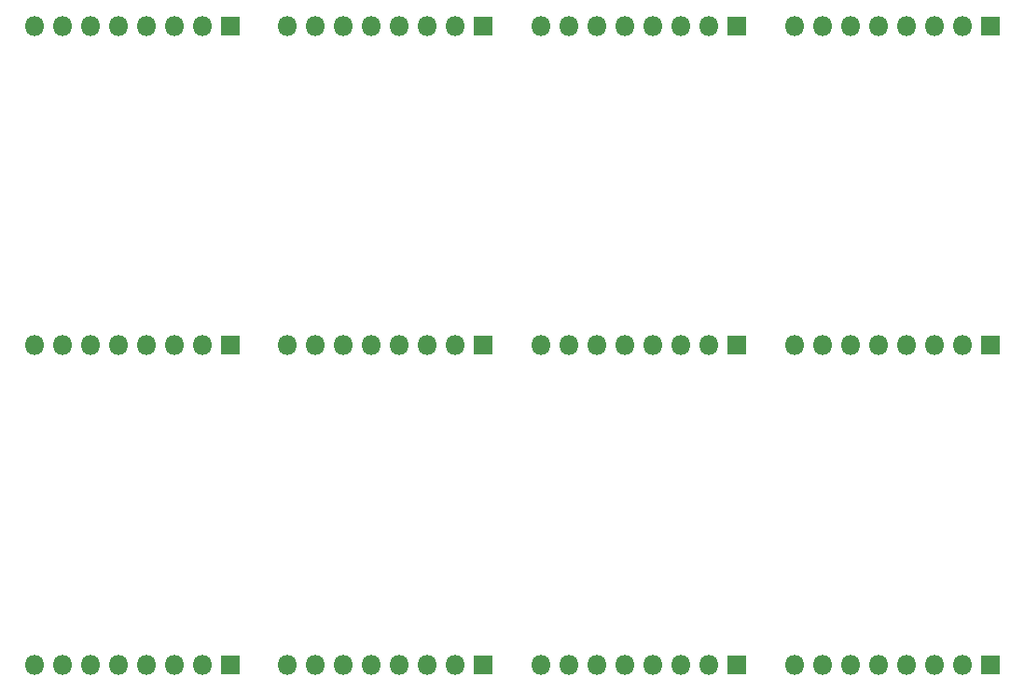
<source format=gbs>
G04 #@! TF.GenerationSoftware,KiCad,Pcbnew,no-vcs-found-91ed3e2~59~ubuntu16.04.1*
G04 #@! TF.CreationDate,2017-12-14T12:11:24+01:00*
G04 #@! TF.ProjectId,ESP32-epaper-adapter-pan,45535033322D6570617065722D616461,rev?*
G04 #@! TF.SameCoordinates,Original*
G04 #@! TF.FileFunction,Soldermask,Bot*
G04 #@! TF.FilePolarity,Negative*
%FSLAX46Y46*%
G04 Gerber Fmt 4.6, Leading zero omitted, Abs format (unit mm)*
G04 Created by KiCad (PCBNEW no-vcs-found-91ed3e2~59~ubuntu16.04.1) date Thu Dec 14 12:11:24 2017*
%MOMM*%
%LPD*%
G01*
G04 APERTURE LIST*
%ADD10R,1.800000X1.800000*%
%ADD11O,1.800000X1.800000*%
G04 APERTURE END LIST*
D10*
X89236000Y-177894000D03*
D11*
X86696000Y-177894000D03*
X84156000Y-177894000D03*
X81616000Y-177894000D03*
X79076000Y-177894000D03*
X76536000Y-177894000D03*
X73996000Y-177894000D03*
X71456000Y-177894000D03*
X94456000Y-177894000D03*
X96996000Y-177894000D03*
X99536000Y-177894000D03*
X102076000Y-177894000D03*
X104616000Y-177894000D03*
X107156000Y-177894000D03*
X109696000Y-177894000D03*
D10*
X112236000Y-177894000D03*
X66236000Y-177894000D03*
D11*
X63696000Y-177894000D03*
X61156000Y-177894000D03*
X58616000Y-177894000D03*
X56076000Y-177894000D03*
X53536000Y-177894000D03*
X50996000Y-177894000D03*
X48456000Y-177894000D03*
X25456000Y-177894000D03*
X27996000Y-177894000D03*
X30536000Y-177894000D03*
X33076000Y-177894000D03*
X35616000Y-177894000D03*
X38156000Y-177894000D03*
X40696000Y-177894000D03*
D10*
X43236000Y-177894000D03*
X89236000Y-148894000D03*
D11*
X86696000Y-148894000D03*
X84156000Y-148894000D03*
X81616000Y-148894000D03*
X79076000Y-148894000D03*
X76536000Y-148894000D03*
X73996000Y-148894000D03*
X71456000Y-148894000D03*
X94456000Y-148894000D03*
X96996000Y-148894000D03*
X99536000Y-148894000D03*
X102076000Y-148894000D03*
X104616000Y-148894000D03*
X107156000Y-148894000D03*
X109696000Y-148894000D03*
D10*
X112236000Y-148894000D03*
X66236000Y-148894000D03*
D11*
X63696000Y-148894000D03*
X61156000Y-148894000D03*
X58616000Y-148894000D03*
X56076000Y-148894000D03*
X53536000Y-148894000D03*
X50996000Y-148894000D03*
X48456000Y-148894000D03*
X25456000Y-148894000D03*
X27996000Y-148894000D03*
X30536000Y-148894000D03*
X33076000Y-148894000D03*
X35616000Y-148894000D03*
X38156000Y-148894000D03*
X40696000Y-148894000D03*
D10*
X43236000Y-148894000D03*
X89236000Y-119894000D03*
D11*
X86696000Y-119894000D03*
X84156000Y-119894000D03*
X81616000Y-119894000D03*
X79076000Y-119894000D03*
X76536000Y-119894000D03*
X73996000Y-119894000D03*
X71456000Y-119894000D03*
X94456000Y-119894000D03*
X96996000Y-119894000D03*
X99536000Y-119894000D03*
X102076000Y-119894000D03*
X104616000Y-119894000D03*
X107156000Y-119894000D03*
X109696000Y-119894000D03*
D10*
X112236000Y-119894000D03*
X66236000Y-119894000D03*
D11*
X63696000Y-119894000D03*
X61156000Y-119894000D03*
X58616000Y-119894000D03*
X56076000Y-119894000D03*
X53536000Y-119894000D03*
X50996000Y-119894000D03*
X48456000Y-119894000D03*
X25456000Y-119894000D03*
X27996000Y-119894000D03*
X30536000Y-119894000D03*
X33076000Y-119894000D03*
X35616000Y-119894000D03*
X38156000Y-119894000D03*
X40696000Y-119894000D03*
D10*
X43236000Y-119894000D03*
M02*

</source>
